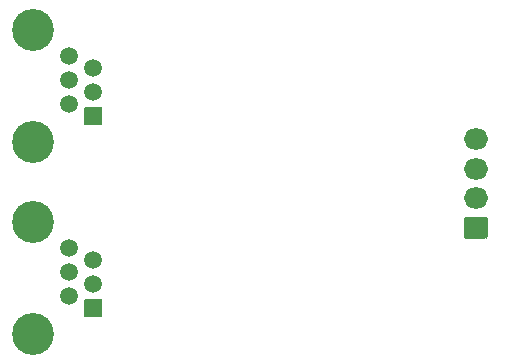
<source format=gbr>
G04 #@! TF.GenerationSoftware,KiCad,Pcbnew,5.1.7-a382d34a8~87~ubuntu20.04.1*
G04 #@! TF.CreationDate,2020-11-16T15:14:02+01:00*
G04 #@! TF.ProjectId,LocoNetInterface_V1.1,4c6f636f-4e65-4744-996e-746572666163,rev?*
G04 #@! TF.SameCoordinates,Original*
G04 #@! TF.FileFunction,Soldermask,Bot*
G04 #@! TF.FilePolarity,Negative*
%FSLAX46Y46*%
G04 Gerber Fmt 4.6, Leading zero omitted, Abs format (unit mm)*
G04 Created by KiCad (PCBNEW 5.1.7-a382d34a8~87~ubuntu20.04.1) date 2020-11-16 15:14:02*
%MOMM*%
%LPD*%
G01*
G04 APERTURE LIST*
%ADD10C,3.552000*%
%ADD11C,1.500000*%
%ADD12O,2.052000X1.802000*%
%ADD13C,0.100000*%
G04 APERTURE END LIST*
G36*
G01*
X52881000Y-125290000D02*
X54279000Y-125290000D01*
G75*
G02*
X54330000Y-125341000I0J-51000D01*
G01*
X54330000Y-126739000D01*
G75*
G02*
X54279000Y-126790000I-51000J0D01*
G01*
X52881000Y-126790000D01*
G75*
G02*
X52830000Y-126739000I0J51000D01*
G01*
X52830000Y-125341000D01*
G75*
G02*
X52881000Y-125290000I51000J0D01*
G01*
G37*
D10*
X48500000Y-118737500D03*
X48500000Y-128262500D03*
D11*
X53580000Y-124008000D03*
X53580000Y-121976000D03*
X51550000Y-125024000D03*
X51548000Y-122992000D03*
X51550000Y-120960000D03*
G36*
G01*
X52881000Y-109040000D02*
X54279000Y-109040000D01*
G75*
G02*
X54330000Y-109091000I0J-51000D01*
G01*
X54330000Y-110489000D01*
G75*
G02*
X54279000Y-110540000I-51000J0D01*
G01*
X52881000Y-110540000D01*
G75*
G02*
X52830000Y-110489000I0J51000D01*
G01*
X52830000Y-109091000D01*
G75*
G02*
X52881000Y-109040000I51000J0D01*
G01*
G37*
D10*
X48500000Y-102487500D03*
X48500000Y-112012500D03*
D11*
X53580000Y-107758000D03*
X53580000Y-105726000D03*
X51550000Y-108774000D03*
X51548000Y-106742000D03*
X51550000Y-104710000D03*
D12*
X86000000Y-111750000D03*
X86000000Y-114250000D03*
X86000000Y-116750000D03*
G36*
G01*
X86761000Y-120151000D02*
X85239000Y-120151000D01*
G75*
G02*
X84974000Y-119886000I0J265000D01*
G01*
X84974000Y-118614000D01*
G75*
G02*
X85239000Y-118349000I265000J0D01*
G01*
X86761000Y-118349000D01*
G75*
G02*
X87026000Y-118614000I0J-265000D01*
G01*
X87026000Y-119886000D01*
G75*
G02*
X86761000Y-120151000I-265000J0D01*
G01*
G37*
D13*
G36*
X87027165Y-119884374D02*
G01*
X87028000Y-119886000D01*
X87028000Y-119968097D01*
X87027990Y-119968293D01*
X87024001Y-120008796D01*
X87023925Y-120009181D01*
X87013899Y-120042233D01*
X87013749Y-120042595D01*
X86997472Y-120073046D01*
X86997254Y-120073372D01*
X86975345Y-120100068D01*
X86975068Y-120100345D01*
X86948372Y-120122254D01*
X86948046Y-120122472D01*
X86917595Y-120138749D01*
X86917233Y-120138899D01*
X86884181Y-120148925D01*
X86883796Y-120149001D01*
X86843293Y-120152990D01*
X86843097Y-120153000D01*
X86761000Y-120153000D01*
X86759268Y-120152000D01*
X86759268Y-120150000D01*
X86760804Y-120149010D01*
X86812304Y-120143938D01*
X86861642Y-120128971D01*
X86907110Y-120104668D01*
X86946962Y-120071962D01*
X86979668Y-120032110D01*
X87003971Y-119986642D01*
X87018938Y-119937304D01*
X87024010Y-119885804D01*
X87025175Y-119884178D01*
X87027165Y-119884374D01*
G37*
G36*
X84975990Y-119885804D02*
G01*
X84981062Y-119937304D01*
X84996029Y-119986642D01*
X85020332Y-120032110D01*
X85053038Y-120071962D01*
X85092890Y-120104668D01*
X85138358Y-120128971D01*
X85187696Y-120143938D01*
X85239196Y-120149010D01*
X85240822Y-120150175D01*
X85240626Y-120152165D01*
X85239000Y-120153000D01*
X85156903Y-120153000D01*
X85156707Y-120152990D01*
X85116204Y-120149001D01*
X85115819Y-120148925D01*
X85082767Y-120138899D01*
X85082405Y-120138749D01*
X85051954Y-120122472D01*
X85051628Y-120122254D01*
X85024932Y-120100345D01*
X85024655Y-120100068D01*
X85002746Y-120073372D01*
X85002528Y-120073046D01*
X84986251Y-120042595D01*
X84986101Y-120042233D01*
X84976075Y-120009181D01*
X84975999Y-120008796D01*
X84972010Y-119968293D01*
X84972000Y-119968097D01*
X84972000Y-119886000D01*
X84973000Y-119884268D01*
X84975000Y-119884268D01*
X84975990Y-119885804D01*
G37*
G36*
X85240732Y-118348000D02*
G01*
X85240732Y-118350000D01*
X85239196Y-118350990D01*
X85187696Y-118356062D01*
X85138358Y-118371029D01*
X85092890Y-118395332D01*
X85053038Y-118428038D01*
X85020332Y-118467890D01*
X84996029Y-118513358D01*
X84981062Y-118562696D01*
X84975990Y-118614196D01*
X84974825Y-118615822D01*
X84972835Y-118615626D01*
X84972000Y-118614000D01*
X84972000Y-118531903D01*
X84972010Y-118531707D01*
X84975999Y-118491204D01*
X84976075Y-118490819D01*
X84986101Y-118457767D01*
X84986251Y-118457405D01*
X85002528Y-118426954D01*
X85002746Y-118426628D01*
X85024655Y-118399932D01*
X85024932Y-118399655D01*
X85051628Y-118377746D01*
X85051954Y-118377528D01*
X85082405Y-118361251D01*
X85082767Y-118361101D01*
X85115819Y-118351075D01*
X85116204Y-118350999D01*
X85156707Y-118347010D01*
X85156903Y-118347000D01*
X85239000Y-118347000D01*
X85240732Y-118348000D01*
G37*
G36*
X86843293Y-118347010D02*
G01*
X86883796Y-118350999D01*
X86884181Y-118351075D01*
X86917233Y-118361101D01*
X86917595Y-118361251D01*
X86948046Y-118377528D01*
X86948372Y-118377746D01*
X86975068Y-118399655D01*
X86975345Y-118399932D01*
X86997254Y-118426628D01*
X86997472Y-118426954D01*
X87013749Y-118457405D01*
X87013899Y-118457767D01*
X87023925Y-118490819D01*
X87024001Y-118491204D01*
X87027990Y-118531707D01*
X87028000Y-118531903D01*
X87028000Y-118614000D01*
X87027000Y-118615732D01*
X87025000Y-118615732D01*
X87024010Y-118614196D01*
X87018938Y-118562696D01*
X87003971Y-118513358D01*
X86979668Y-118467890D01*
X86946962Y-118428038D01*
X86907110Y-118395332D01*
X86861642Y-118371029D01*
X86812304Y-118356062D01*
X86760804Y-118350990D01*
X86759178Y-118349825D01*
X86759374Y-118347835D01*
X86761000Y-118347000D01*
X86843097Y-118347000D01*
X86843293Y-118347010D01*
G37*
M02*

</source>
